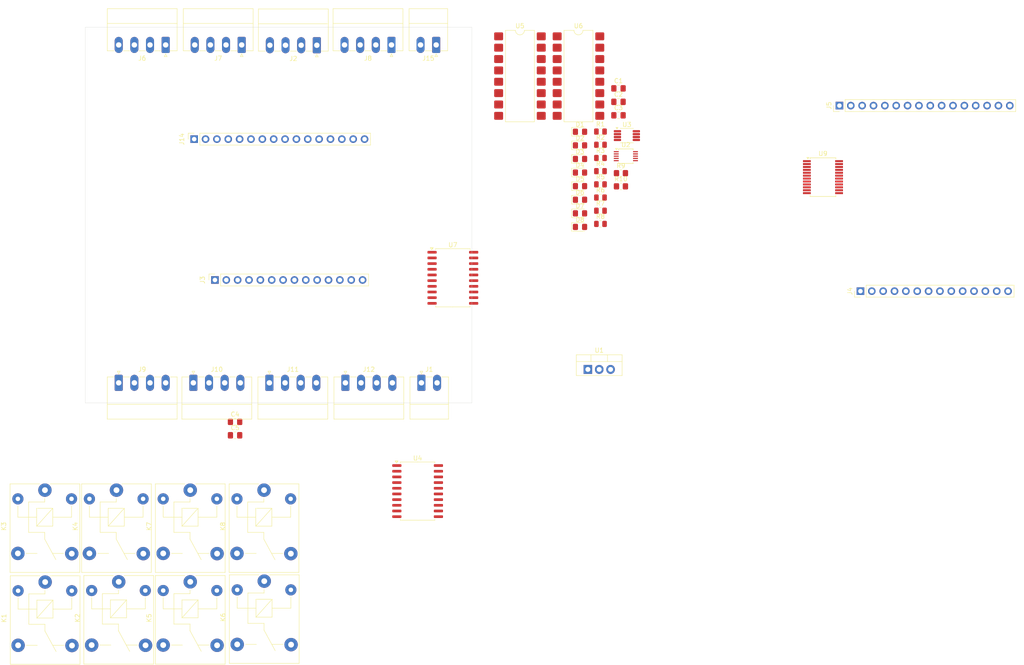
<source format=kicad_pcb>
(kicad_pcb (version 20241229) (generator "pcbnew") (generator_version "9.0")
  (layers (0 "F.Cu" signal) (2 "B.Cu" signal) (13 "F.Paste" user) (15 "B.Paste" user) (5 "F.SilkS" user "F.Silkscreen") (7 "B.SilkS" user "B.Silkscreen") (1 "F.Mask" user) (3 "B.Mask" user) (25 "Edge.Cuts" user))
  (net 0 "")
  (net 1 "+3V3")
  (net 2 "GND")
  (net 3 "+5V")
  (net 4 "/controesp_hat/GND_hat")
  (net 5 "/controesp_hat/3V3")
  (net 6 "Net-(D1-K)")
  (net 7 "Net-(D1-A)")
  (net 8 "Net-(D2-A)")
  (net 9 "Net-(D2-K)")
  (net 10 "Net-(D3-K)")
  (net 11 "Net-(D3-A)")
  (net 12 "Net-(D4-A)")
  (net 13 "Net-(D4-K)")
  (net 14 "Net-(D5-A)")
  (net 15 "Net-(D5-K)")
  (net 16 "Net-(D6-K)")
  (net 17 "Net-(D6-A)")
  (net 18 "Net-(D7-K)")
  (net 19 "Net-(D7-A)")
  (net 20 "Net-(D8-A)")
  (net 21 "Net-(D8-K)")
  (net 22 "Net-(J1-Pin_1)")
  (net 23 "Net-(J1-Pin_2)")
  (net 24 "+24V")
  (net 26 "/powerOutput/DO2")
  (net 27 "/powerOutput/DO8")
  (net 28 "/powerOutput/DO5")
  (net 29 "/powerOutput/DO11")
  (net 30 "/powerOutput/DO4")
  (net 31 "/powerOutput/DO7")
  (net 32 "/powerOutput/DO6")
  (net 34 "/powerOutput/DO9")
  (net 35 "/powerOutput/DO3")
  (net 36 "/powerOutput/DO1")
  (net 37 "/powerOutput/DO10")
  (net 38 "/powerOutput/DO12")
  (net 39 "/controesp_hat/P4")
  (net 40 "/controesp_hat/P5")
  (net 41 "/controesp_hat/P13")
  (net 42 "/controesp_hat/P11")
  (net 43 "/controesp_hat/P10")
  (net 44 "/controesp_hat/P3")
  (net 45 "/controesp_hat/P0")
  (net 46 "/controesp_hat/P2")
  (net 47 "/controesp_hat/P6")
  (net 48 "/controesp_hat/P1")
  (net 49 "/controesp_hat/P7")
  (net 50 "/controesp_hat/P12")
  (net 51 "/controesp_hat/VCC_hat")
  (net 52 "/controesp_hat/33")
  (net 53 "/controesp_hat/SDA")
  (net 54 "/controesp_hat/SCL")
  (net 55 "/controesp_hat/26")
  (net 56 "/controesp_hat/14")
  (net 57 "/controesp_hat/13")
  (net 58 "/controesp_hat/RX2")
  (net 59 "/controesp_hat/27")
  (net 60 "/controesp_hat/25")
  (net 61 "/controesp_hat/5")
  (net 62 "/controesp_hat/32")
  (net 63 "/controesp_hat/TX2")
  (net 65 "RX2")
  (net 66 "TX2")
  (net 67 "Net-(J9-Pin_3)")
  (net 68 "Net-(J9-Pin_1)")
  (net 69 "Net-(J9-Pin_2)")
  (net 70 "Net-(J9-Pin_4)")
  (net 71 "Net-(J10-Pin_2)")
  (net 72 "Net-(J10-Pin_4)")
  (net 73 "Net-(J10-Pin_1)")
  (net 74 "Net-(J10-Pin_3)")
  (net 75 "Net-(J11-Pin_2)")
  (net 76 "Net-(J11-Pin_4)")
  (net 77 "Net-(J11-Pin_1)")
  (net 78 "Net-(J11-Pin_3)")
  (net 79 "Net-(J12-Pin_2)")
  (net 80 "Net-(J12-Pin_1)")
  (net 81 "Net-(J12-Pin_4)")
  (net 82 "Net-(J12-Pin_3)")
  (net 83 "/input/DI3")
  (net 84 "/input/DI2")
  (net 85 "/input/DI4")
  (net 86 "/input/DI6")
  (net 87 "/input/DI5")
  (net 88 "/input/DI8")
  (net 89 "/input/DI1")
  (net 90 "/input/DI7")
  (net 91 "/input/SDA")
  (net 92 "/input/SCL")
  (net 93 "Net-(J15-Pin_2)")
  (net 94 "Net-(J15-Pin_1)")
  (net 95 "Net-(U4-O1)")
  (net 97 "Net-(U4-O2)")
  (net 100 "Net-(U4-O3)")
  (net 101 "Net-(U4-O4)")
  (net 103 "Net-(U4-O5)")
  (net 106 "Net-(U4-O6)")
  (net 107 "Net-(U4-O7)")
  (net 109 "Net-(U4-O8)")
  (net 111 "Net-(R1-Pad2)")
  (net 112 "Net-(R2-Pad2)")
  (net 113 "Net-(R3-Pad2)")
  (net 114 "Net-(R4-Pad2)")
  (net 115 "Net-(R5-Pad2)")
  (net 116 "Net-(R6-Pad2)")
  (net 117 "Net-(R7-Pad2)")
  (net 118 "Net-(R8-Pad2)")
  (net 119 "Net-(JP1-A)")
  (net 120 "Net-(JP2-A)")
  (net 122 "Net-(JP1-B)")
  (net 125 "Net-(JP2-B)")
  (net 131 "Net-(U7-O4)")
  (net 133 "Net-(U7-O3)")
  (footprint "Connector_Phoenix_MC:PhoenixContact_MC_1,5_4-G-3.5_1x04_P3.50mm_Horizontal" (layer "F.Cu") (at 73.695 129)
    (property "Reference" "J10" (at 5.25 -3 0) (layer "F.SilkS"))
    (property "Value" "Screw_Terminal_01x04")
    (pad "1" thru_hole roundrect (at 0 0) (size 1.8 3.6) (drill 1.2) (layers "*.Cu" "*.Mask") (roundrect_rratio 0.138889) (net 73 "Net-(J10-Pin_1)"))
    (pad "2" thru_hole oval (at 3.5 0) (size 1.8 3.6) (drill 1.2) (layers "*.Cu" "*.Mask") (net 71 "Net-(J10-Pin_2)"))
    (pad "3" thru_hole oval (at 7 0) (size 1.8 3.6) (drill 1.2) (layers "*.Cu" "*.Mask") (net 74 "Net-(J10-Pin_3)"))
    (pad "4" thru_hole oval (at 10.5 0) (size 1.8 3.6) (drill 1.2) (layers "*.Cu" "*.Mask") (net 72 "Net-(J10-Pin_4)"))
  )
  (footprint "Connector_Phoenix_MC:PhoenixContact_MC_1,5_4-G-3.5_1x04_P3.50mm_Horizontal" (layer "F.Cu") (at 57 129)
    (property "Reference" "J9" (at 5.25 -3 0) (layer "F.SilkS"))
    (property "Value" "Screw_Terminal_01x04")
    (pad "1" thru_hole roundrect (at 0 0) (size 1.8 3.6) (drill 1.2) (layers "*.Cu" "*.Mask") (roundrect_rratio 0.138889) (net 68 "Net-(J9-Pin_1)"))
    (pad "2" thru_hole oval (at 3.5 0) (size 1.8 3.6) (drill 1.2) (layers "*.Cu" "*.Mask") (net 69 "Net-(J9-Pin_2)"))
    (pad "3" thru_hole oval (at 7 0) (size 1.8 3.6) (drill 1.2) (layers "*.Cu" "*.Mask") (net 67 "Net-(J9-Pin_3)"))
    (pad "4" thru_hole oval (at 10.5 0) (size 1.8 3.6) (drill 1.2) (layers "*.Cu" "*.Mask") (net 70 "Net-(J9-Pin_4)"))
  )
  (footprint "Connector_Phoenix_MC:PhoenixContact_MC_1,5_4-G-3.5_1x04_P3.50mm_Horizontal" (layer "F.Cu") (at 67.5 53.4325 180)
    (property "Reference" "J6" (at 5.25 -3 0) (layer "F.SilkS"))
    (property "Value" "Screw_Terminal_01x04")
    (pad "1" thru_hole roundrect (at 0 0 180) (size 1.8 3.6) (drill 1.2) (layers "*.Cu" "*.Mask") (roundrect_rratio 0.138889) (net 7 "Net-(D1-A)"))
    (pad "2" thru_hole oval (at 3.5 0 180) (size 1.8 3.6) (drill 1.2) (layers "*.Cu" "*.Mask") (net 8 "Net-(D2-A)"))
    (pad "3" thru_hole oval (at 7 0 180) (size 1.8 3.6) (drill 1.2) (layers "*.Cu" "*.Mask") (net 11 "Net-(D3-A)"))
    (pad "4" thru_hole oval (at 10.5 0 180) (size 1.8 3.6) (drill 1.2) (layers "*.Cu" "*.Mask") (net 12 "Net-(D4-A)"))
  )
  (footprint "Connector_Phoenix_MC:PhoenixContact_MC_1,5_2-G-3.5_1x02_P3.50mm_Horizontal" (layer "F.Cu") (at 124.695 129)
    (property "Reference" "J1" (at 1.75 -3 0) (layer "F.SilkS"))
    (property "Value" "Screw_Terminal_01x02")
    (pad "1" thru_hole roundrect (at 0 0) (size 1.8 3.6) (drill 1.2) (layers "*.Cu" "*.Mask") (roundrect_rratio 0.138889) (net 22 "Net-(J1-Pin_1)"))
    (pad "2" thru_hole oval (at 3.5 0) (size 1.8 3.6) (drill 1.2) (layers "*.Cu" "*.Mask") (net 23 "Net-(J1-Pin_2)"))
  )
  (footprint "Connector_PinSocket_2.54mm:PinSocket_1x16_P2.54mm_Vertical" (layer "F.Cu") (at 73.88 74.5 90)
    (property "Reference" "J14" (at 0 -2.77 90) (layer "F.SilkS"))
    (property "Value" "Conn_01x16_Socket")
    (pad "1" thru_hole rect (at 0 0 90) (size 1.7 1.7) (drill 1) (layers "*.Cu" "*.Mask") (net 89 "/input/DI1"))
    (pad "2" thru_hole oval (at 0 2.54 90) (size 1.7 1.7) (drill 1) (layers "*.Cu" "*.Mask") (net 84 "/input/DI2"))
    (pad "3" thru_hole oval (at 0 5.08 90) (size 1.7 1.7) (drill 1) (layers "*.Cu" "*.Mask") (net 83 "/input/DI3"))
    (pad "4" thru_hole oval (at 0 7.62 90) (size 1.7 1.7) (drill 1) (layers "*.Cu" "*.Mask") (net 85 "/input/DI4"))
    (pad "5" thru_hole oval (at 0 10.16 90) (size 1.7 1.7) (drill 1) (layers "*.Cu" "*.Mask") (net 87 "/input/DI5"))
    (pad "6" thru_hole oval (at 0 12.7 90) (size 1.7 1.7) (drill 1) (layers "*.Cu" "*.Mask") (net 86 "/input/DI6"))
    (pad "7" thru_hole oval (at 0 15.24 90) (size 1.7 1.7) (drill 1) (layers "*.Cu" "*.Mask") (net 90 "/input/DI7"))
    (pad "8" thru_hole oval (at 0 17.78 90) (size 1.7 1.7) (drill 1) (layers "*.Cu" "*.Mask") (net 88 "/input/DI8"))
    (pad "9" thru_hole oval (at 0 20.32 90) (size 1.7 1.7) (drill 1) (layers "*.Cu" "*.Mask") (net 1 "+3V3"))
    (pad "10" thru_hole oval (at 0 22.86 90) (size 1.7 1.7) (drill 1) (layers "*.Cu" "*.Mask") (net 66 "TX2"))
    (pad "11" thru_hole oval (at 0 25.4 90) (size 1.7 1.7) (drill 1) (layers "*.Cu" "*.Mask") (net 65 "RX2"))
    (pad "12" thru_hole oval (at 0 27.94 90) (size 1.7 1.7) (drill 1) (layers "*.Cu" "*.Mask") (net 2 "GND"))
    (pad "13" thru_hole oval (at 0 30.48 90) (size 1.7 1.7) (drill 1) (layers "*.Cu" "*.Mask") (net 92 "/input/SCL"))
    (pad "14" thru_hole oval (at 0 33.02 90) (size 1.7 1.7) (drill 1) (layers "*.Cu" "*.Mask") (net 91 "/input/SDA"))
    (pad "15" thru_hole oval (at 0 35.56 90) (size 1.7 1.7) (drill 1) (layers "*.Cu" "*.Mask") (net 3 "+5V"))
    (pad "16" thru_hole oval (at 0 38.1 90) (size 1.7 1.7) (drill 1) (layers "*.Cu" "*.Mask") (net 2 "GND"))
  )
  (footprint "Connector_Phoenix_MC:PhoenixContact_MC_1,5_4-G-3.5_1x04_P3.50mm_Horizontal" (layer "F.Cu") (at 101.305 53.5 180)
    (property "Reference" "J2" (at 5.25 -3 0) (layer "F.SilkS"))
    (property "Value" "Screw_Terminal_01x04")
    (pad "1" thru_hole roundrect (at 0 0 180) (size 1.8 3.6) (drill 1.2) (layers "*.Cu" "*.Mask") (roundrect_rratio 0.138889) (net 24 "+24V"))
    (pad "2" thru_hole oval (at 3.5 0 180) (size 1.8 3.6) (drill 1.2) (layers "*.Cu" "*.Mask") (net 3 "+5V"))
    (pad "3" thru_hole oval (at 7 0 180) (size 1.8 3.6) (drill 1.2) (layers "*.Cu" "*.Mask") (net 1 "+3V3"))
    (pad "4" thru_hole oval (at 10.5 0 180) (size 1.8 3.6) (drill 1.2) (layers "*.Cu" "*.Mask") (net 2 "GND"))
  )
  (footprint "Connector_Phoenix_MC:PhoenixContact_MC_1,5_4-G-3.5_1x04_P3.50mm_Horizontal" (layer "F.Cu") (at 84.5 53.4325 180)
    (property "Reference" "J7" (at 5.25 -3 0) (layer "F.SilkS"))
    (property "Value" "Screw_Terminal_01x04")
    (pad "1" thru_hole roundrect (at 0 0 180) (size 1.8 3.6) (drill 1.2) (layers "*.Cu" "*.Mask") (roundrect_rratio 0.138889) (net 14 "Net-(D5-A)"))
    (pad "2" thru_hole oval (at 3.5 0 180) (size 1.8 3.6) (drill 1.2) (layers "*.Cu" "*.Mask") (net 17 "Net-(D6-A)"))
    (pad "3" thru_hole oval (at 7 0 180) (size 1.8 3.6) (drill 1.2) (layers "*.Cu" "*.Mask") (net 19 "Net-(D7-A)"))
    (pad "4" thru_hole oval (at 10.5 0 180) (size 1.8 3.6) (drill 1.2) (layers "*.Cu" "*.Mask") (net 20 "Net-(D8-A)"))
  )
  (footprint "LED_SMD:LED_0805_2012Metric_Pad1.15x1.40mm_HandSolder" (layer "F.Cu") (at 160.165 88.055)
    (property "Reference" "D6" (at 0 -1.65 0) (layer "F.SilkS"))
    (property "Value" "LED")
    (pad "1" smd roundrect (at -1.025 0) (size 1.15 1.4) (layers "F.Cu" "F.Mask" "F.Paste") (roundrect_rratio 0.217391) (net 16 "Net-(D6-K)"))
    (pad "2" smd roundrect (at 1.025 0) (size 1.15 1.4) (layers "F.Cu" "F.Mask" "F.Paste") (roundrect_rratio 0.217391) (net 17 "Net-(D6-A)"))
  )
  (footprint "LED_SMD:LED_0805_2012Metric_Pad1.15x1.40mm_HandSolder" (layer "F.Cu") (at 160.165 85.015)
    (property "Reference" "D5" (at 0 -1.65 0) (layer "F.SilkS"))
    (property "Value" "LED")
    (pad "1" smd roundrect (at -1.025 0) (size 1.15 1.4) (layers "F.Cu" "F.Mask" "F.Paste") (roundrect_rratio 0.217391) (net 15 "Net-(D5-K)"))
    (pad "2" smd roundrect (at 1.025 0) (size 1.15 1.4) (layers "F.Cu" "F.Mask" "F.Paste") (roundrect_rratio 0.217391) (net 14 "Net-(D5-A)"))
  )
  (footprint "Resistor_SMD:R_0805_2012Metric" (layer "F.Cu") (at 164.74 72.81)
    (property "Reference" "R1" (at 0 -1.65 0) (layer "F.SilkS"))
    (property "Value" "1k")
    (pad "1" smd roundrect (at -0.9125 0) (size 1.025 1.4) (layers "F.Cu" "F.Mask" "F.Paste") (roundrect_rratio 0.243902) (net 6 "Net-(D1-K)"))
    (pad "2" smd roundrect (at 0.9125 0) (size 1.025 1.4) (layers "F.Cu" "F.Mask" "F.Paste") (roundrect_rratio 0.243902) (net 111 "Net-(R1-Pad2)"))
  )
  (footprint "Capacitor_SMD:C_0805_2012Metric_Pad1.18x1.45mm_HandSolder" (layer "F.Cu") (at 168.77 69.17)
    (property "Reference" "C3" (at 0 -1.68 0) (layer "F.SilkS"))
    (property "Value" "100nF")
    (pad "1" smd roundrect (at -1.0375 0) (size 1.175 1.45) (layers "F.Cu" "F.Mask" "F.Paste") (roundrect_rratio 0.212766) (net 3 "+5V"))
    (pad "2" smd roundrect (at 1.0375 0) (size 1.175 1.45) (layers "F.Cu" "F.Mask" "F.Paste") (roundrect_rratio 0.212766) (net 2 "GND"))
  )
  (footprint "LED_SMD:LED_0805_2012Metric_Pad1.15x1.40mm_HandSolder" (layer "F.Cu") (at 160.165 81.975)
    (property "Reference" "D4" (at 0 -1.65 0) (layer "F.SilkS"))
    (property "Value" "LED")
    (pad "1" smd roundrect (at -1.025 0) (size 1.15 1.4) (layers "F.Cu" "F.Mask" "F.Paste") (roundrect_rratio 0.217391) (net 13 "Net-(D4-K)"))
    (pad "2" smd roundrect (at 1.025 0) (size 1.15 1.4) (layers "F.Cu" "F.Mask" "F.Paste") (roundrect_rratio 0.217391) (net 12 "Net-(D4-A)"))
  )
  (footprint "Capacitor_SMD:C_0805_2012Metric_Pad1.18x1.45mm_HandSolder" (layer "F.Cu") (at 168.77 63.15)
    (property "Reference" "C1" (at 0 -1.68 0) (layer "F.SilkS"))
    (property "Value" "100nF")
    (pad "1" smd roundrect (at -1.0375 0) (size 1.175 1.45) (layers "F.Cu" "F.Mask" "F.Paste") (roundrect_rratio 0.212766) (net 1 "+3V3"))
    (pad "2" smd roundrect (at 1.0375 0) (size 1.175 1.45) (layers "F.Cu" "F.Mask" "F.Paste") (roundrect_rratio 0.212766) (net 2 "GND"))
  )
  (footprint "Relay_THT:Relay_SPDT_SANYOU_SRD_Series_Form_C" (layer "F.Cu") (at 73 173.5 -90)
    (property "Reference" "K5" (at 8.1 9.2 90) (layer "F.SilkS"))
    (property "Value" "SANYOU_SRD-S-124D")
    (pad "1" thru_hole circle (at 0 0) (size 3 3) (drill 1.3) (layers "*.Cu" "*.Mask") (net 75 "Net-(J11-Pin_2)"))
    (pad "2" thru_hole circle (at 1.95 6.05) (size 2.5 2.5) (drill 1) (layers "*.Cu" "*.Mask") (net 24 "+24V"))
    (pad "3" thru_hole circle (at 14.15 6.05) (size 3 3) (drill 1.3) (layers "*.Cu" "*.Mask") (net 77 "Net-(J11-Pin_1)"))
    (pad "4" thru_hole circle (at 14.2 -6) (size 3 3) (drill 1.3) (layers "*.Cu" "*.Mask"))
    (pad "5" thru_hole circle (at 1.95 -5.95) (size 2.5 2.5) (drill 1) (layers "*.Cu" "*.Mask") (net 103 "Net-(U4-O5)"))
  )
  (footprint "Connector_PinHeader_2.54mm:PinHeader_1x16_P2.54mm_Vertical" (layer "F.Cu") (at 218.18 67 90)
    (property "Reference" "J5" (at 0 -2.33 90) (layer "F.SilkS"))
    (property "Value" "Conn_01x16_Pin")
    (pad "1" thru_hole rect (at 0 0 90) (size 1.7 1.7) (drill 1) (layers "*.Cu" "*.Mask") (net 62 "/controesp_hat/32"))
    (pad "2" thru_hole oval (at 0 2.54 90) (size 1.7 1.7) (drill 1) (layers "*.Cu" "*.Mask") (net 52 "/controesp_hat/33"))
    (pad "3" thru_hole oval (at 0 5.08 90) (size 1.7 1.7) (drill 1) (layers "*.Cu" "*.Mask") (net 60 "/controesp_hat/25"))
    (pad "4" thru_hole oval (at 0 7.62 90) (size 1.7 1.7) (drill 1) (layers "*.Cu" "*.Mask") (net 55 "/controesp_hat/26"))
    (pad "5" thru_hole oval (at 0 10.16 90) (size 1.7 1.7) (drill 1) (layers "*.Cu" "*.Mask") (net 59 "/controesp_hat/27"))
    (pad "6" thru_hole oval (at 0 12.7 90) (size 1.7 1.7) (drill 1) (layers "*.Cu" "*.Mask") (net 56 "/controesp_hat/14"))
    (pad "7" thru_hole oval (at 0 15.24 90) (size 1.7 1.7) (drill 1) (layers "*.Cu" "*.Mask") (net 61 "/controesp_hat/5"))
    (pad "8" thru_hole oval (at 0 17.78 90) (size 1.7 1.7) (drill 1) (layers "*.Cu" "*.Mask") (net 57 "/controesp_hat/13"))
    (pad "9" thru_hole oval (at 0 20.32 90) (size 1.7 1.7) (drill 1) (layers "*.Cu" "*.Mask") (net 5 "/controesp_hat/3V3"))
    (pad "10" thru_hole oval (at 0 22.86 90) (size 1.7 1.7) (drill 1) (layers "*.Cu" "*.Mask") (net 63 "/controesp_hat/TX2"))
    (pad "11" thru_hole oval (at 0 25.4 90) (size 1.7 1.7) (drill 1) (layers "*.Cu" "*.Mask") (net 58 "/controesp_hat/RX2"))
    (pad "12" thru_hole oval (at 0 27.94 90) (size 1.7 1.7) (drill 1) (layers "*.Cu" "*.Mask"))
    (pad "13" thru_hole oval (at 0 30.48 90) (size 1.7 1.7) (drill 1) (layers "*.Cu" "*.Mask") (net 54 "/controesp_hat/SCL"))
    (pad "14" thru_hole oval (at 0 33.02 90) (size 1.7 1.7) (drill 1) (layers "*.Cu" "*.Mask") (net 53 "/controesp_hat/SDA"))
    (pad "15" thru_hole oval (at 0 35.56 90) (size 1.7 1.7) (drill 1) (layers "*.Cu" "*.Mask") (net 51 "/controesp_hat/VCC_hat"))
    (pad "16" thru_hole oval (at 0 38.1 90) (size 1.7 1.7) (drill 1) (layers "*.Cu" "*.Mask") (net 4 "/controesp_hat/GND_hat"))
  )
  (footprint "LED_SMD:LED_0805_2012Metric_Pad1.15x1.40mm_HandSolder" (layer "F.Cu") (at 160.165 75.895)
    (property "Reference" "D2" (at 0 -1.65 0) (layer "F.SilkS"))
    (property "Value" "LED")
    (pad "1" smd roundrect (at -1.025 0) (size 1.15 1.4) (layers "F.Cu" "F.Mask" "F.Paste") (roundrect_rratio 0.217391) (net 9 "Net-(D2-K)"))
    (pad "2" smd roundrect (at 1.025 0) (size 1.15 1.4) (layers "F.Cu" "F.Mask" "F.Paste") (roundrect_rratio 0.217391) (net 8 "Net-(D2-A)"))
  )
  (footprint "Connector_Phoenix_MC:PhoenixContact_MC_1,5_4-G-3.5_1x04_P3.50mm_Horizontal" (layer "F.Cu") (at 118 53.4325 180)
    (property "Reference" "J8" (at 5.25 -3 0) (layer "F.SilkS"))
    (property "Value" "Screw_Terminal_01x04")
    (pad "1" thru_hole roundrect (at 0 0 180) (size 1.8 3.6) (drill 1.2) (layers "*.Cu" "*.Mask") (roundrect_rratio 0.138889) (net 3 "+5V"))
    (pad "2" thru_hole oval (at 3.5 0 180) (size 1.8 3.6) (drill 1.2) (layers "*.Cu" "*.Mask") (net 66 "TX2"))
    (pad "3" thru_hole oval (at 7 0 180) (size 1.8 3.6) (drill 1.2) (layers "*.Cu" "*.Mask") (net 65 "RX2"))
    (pad "4" thru_hole oval (at 10.5 0 180) (size 1.8 3.6) (drill 1.2) (layers "*.Cu" "*.Mask") (net 2 "GND"))
  )
  (footprint "LED_SMD:LED_0805_2012Metric_Pad1.15x1.40mm_HandSolder" (layer "F.Cu") (at 160.165 72.855)
    (property "Reference" "D1" (at 0 -1.65 0) (layer "F.SilkS"))
    (property "Value" "LED")
    (pad "1" smd roundrect (at -1.025 0) (size 1.15 1.4) (layers "F.Cu" "F.Mask" "F.Paste") (roundrect_rratio 0.217391) (net 6 "Net-(D1-K)"))
    (pad "2" smd roundrect (at 1.025 0) (size 1.15 1.4) (layers "F.Cu" "F.Mask" "F.Paste") (roundrect_rratio 0.217391) (net 7 "Net-(D1-A)"))
  )
  (footprint "Capacitor_SMD:C_0805_2012Metric_Pad1.18x1.45mm_HandSolder" (layer "F.Cu") (at 83.02 137.72)
    (property "Reference" "C4" (at 0 -1.68 0) (layer "F.SilkS"))
    (property "Value" "100nF")
    (pad "1" smd roundrect (at -1.0375 0) (size 1.175 1.45) (layers "F.Cu" "F.Mask" "F.Paste") (roundrect_rratio 0.212766) (net 5 "/controesp_hat/3V3"))
    (pad "2" smd roundrect (at 1.0375 0) (size 1.175 1.45) (layers "F.Cu" "F.Mask" "F.Paste") (roundrect_rratio 0.212766) (net 4 "/controesp_hat/GND_hat"))
  )
  (footprint "Resistor_SMD:R_0805_2012Metric_Pad1.20x1.40mm_HandSolder" (layer "F.Cu") (at 169.32 82.11)
    (property "Reference" "R9" (at 0 -1.65 0) (layer "F.SilkS"))
    (property "Value" "0")
    (pad "1" smd roundrect (at -1 0) (size 1.2 1.4) (layers "F.Cu" "F.Mask" "F.Paste") (roundrect_rratio 0.208333) (net 94 "Net-(J15-Pin_1)"))
    (pad "2" smd roundrect (at 1 0) (size 1.2 1.4) (layers "F.Cu" "F.Mask" "F.Paste") (roundrect_rratio 0.208333) (net 119 "Net-(JP1-A)"))
  )
  (footprint "Package_DIP:SMDIP-16_W9.53mm" (layer "F.Cu") (at 146.73 60.4)
    (property "Reference" "U5" (at 0 -11.22 0) (layer "F.SilkS"))
    (property "Value" "LTV-847S")
    (pad "1" smd roundrect (at -4.765 -8.89) (size 2 1.78) (layers "F.Cu" "F.Mask" "F.Paste") (roundrect_rratio 0.140449) (net 111 "Net-(R1-Pad2)"))
    (pad "2" smd roundrect (at -4.765 -6.35) (size 2 1.78) (layers "F.Cu" "F.Mask" "F.Paste") (roundrect_rratio 0.140449) (net 2 "GND"))
    (pad "3" smd roundrect (at -4.765 -3.81) (size 2 1.78) (layers "F.Cu" "F.Mask" "F.Paste") (roundrect_rratio 0.140449) (net 112 "Net-(R2-Pad2)"))
    (pad "4" smd roundrect (at -4.765 -1.27) (size 2 1.78) (layers "F.Cu" "F.Mask" "F.Paste") (roundrect_rratio 0.140449) (net 2 "GND"))
    (pad "5" smd roundrect (at -4.765 1.27) (size 2 1.78) (layers "F.Cu" "F.Mask" "F.Paste") (roundrect_rratio 0.140449) (net 113 "Net-(R3-Pad2)"))
    (pad "6" smd roundrect (at -4.765 3.81) (size 2 1.78) (layers "F.Cu" "F.Mask" "F.Paste") (roundrect_rratio 0.140449) (net 2 "GND"))
    (pad "7" smd roundrect (at -4.765 6.35) (size 2 1.78) (layers "F.Cu" "F.Mask" "F.Paste") (roundrect_rratio 0.140449) (net 114 "Net-(R4-Pad2)"))
    (pad "8" smd roundrect (at -4.765 8.89) (size 2 1.78) (layers "F.Cu" "F.Mask" "F.Paste") (roundrect_rratio 0.140449) (net 2 "GND"))
    (pad "9" smd roundrect (at 4.765 8.89) (size 2 1.78) (layers "F.Cu" "F.Mask" "F.Paste") (roundrect_rratio 0.140449) (net 2 "GND"))
    (pad "10" smd roundrect (at 4.765 6.35) (size 2 1.78) (layers "F.Cu" "F.Mask" "F.Paste") (roundrect_rratio 0.140449) (net 85 "/input/DI4"))
    (pad "11" smd roundrect (at 4.765 3.81) (size 2 1.78) (layers "F.Cu" "F.Mask" "F.Paste") (roundrect_rratio 0.140449) (net 2 "GND"))
    (pad "12" smd roundrect (at 4.765 1.27) (size 2 1.78) (layers "F.Cu" "F.Mask" "F.Paste") (roundrect_rratio 0.140449) (net 83 "/input/DI3"))
    (pad "13" smd roundrect (at 4.765 -1.27) (size 2 1.78) (layers "F.Cu" "F.Mask" "F.Paste") (roundrect_rratio 0.140449) (net 2 "GND"))
    (pad "14" smd roundrect (at 4.765 -3.81) (size 2 1.78) (layers "F.Cu" "F.Mask" "F.Paste") (roundrect_rratio 0.140449) (net 84 "/input/DI2"))
    (pad "15" smd roundrect (at 4.765 -6.35) (size 2 1.78) (layers "F.Cu" "F.Mask" "F.Paste") (roundrect_rratio 0.140449) (net 2 "GND"))
    (pad "16" smd roundrect (at 4.765 -8.89) (size 2 1.78) (layers "F.Cu" "F.Mask" "F.Paste") (roundrect_rratio 0.140449) (net 89 "/input/DI1"))
  )
  (footprint "Relay_THT:Relay_SPDT_SANYOU_SRD_Series_Form_C" (layer "F.Cu") (at 40.55 173.55 -90)
    (property "Reference" "K1" (at 8.1 9.2 90) (layer "F.SilkS"))
    (property "Value" "SANYOU_SRD-S-124D")
    (pad "1" thru_hole circle (at 0 0) (size 3 3) (drill 1.3) (layers "*.Cu" "*.Mask") (net 69 "Net-(J9-Pin_2)"))
    (pad "2" thru_hole circle (at 1.95 6.05) (size 2.5 2.5) (drill 1) (layers "*.Cu" "*.Mask") (net 24 "+24V"))
    (pad "3" thru_hole circle (at 14.15 6.05) (size 3 3) (drill 1.3) (layers "*.Cu" "*.Mask") (net 68 "Net-(J9-Pin_1)"))
    (pad "4" thru_hole circle (at 14.2 -6) (size 3 3) (drill 1.3) (layers "*.Cu" "*.Mask"))
    (pad "5" thru_hole circle (at 1.95 -5.95) (size 2.5 2.5) (drill 1) (layers "*.Cu" "*.Mask") (net 95 "Net-(U4-O1)"))
  )
  (footprint "Package_SO:SSOP-24_5.3x8.2mm_P0.65mm" (layer "F.Cu") (at 214.5 83)
    (property "Reference" "U9" (at 0 -5.25 0) (layer "F.SilkS"))
    (property "Value" "PCF8575DBR")
    (pad "1" smd rect (at -3.6 -3.575) (size 1.75 0.45) (layers "F.Cu" "F.Mask" "F.Paste"))
    (pad "2" smd rect (at -3.6 -2.925) (size 1.75 0.45) (layers "F.Cu" "F.Mask" "F.Paste") (net 4 "/controesp_hat/GND_hat"))
    (pad "3" smd rect (at -3.6 -2.275) (size 1.75 0.45) (layers "F.Cu" "F.Mask" "F.Paste") (net 4 "/controesp_hat/GND_hat"))
    (pad "4" smd rect (at -3.6 -1.625) (size 1.75 0.45) (layers "F.Cu" "F.Mask" "F.Paste") (net 45 "/controesp_hat/P0"))
    (pad "5" smd rect (at -3.6 -0.975) (size 1.75 0.45) (layers "F.Cu" "F.Mask" "F.Paste") (net 48 "/controesp_hat/P1"))
    (pad "6" smd rect (at -3.6 -0.325) (size 1.75 0.45) (layers "F.Cu" "F.Mask" "F.Paste") (net 46 "/controesp_hat/P2"))
    (pad "7" smd rect (at -3.6 0.325) (size 1.75 0.45) (layers "F.Cu" "F.Mask" "F.Paste") (net 44 "/controesp_hat/P3"))
    (pad "8" smd rect (at -3.6 0.975) (size 1.75 0.45) (layers "F.Cu" "F.Mask" "F.Paste") (net 39 "/controesp_hat/P4"))
    (pad "9" smd rect (at -3.6 1.625) (size 1.75 0.45) (layers "F.Cu" "F.Mask" "F.Paste") (net 40 "/controesp_hat/P5"))
    (pad "10" smd rect (at -3.6 2.275) (size 1.75 0.45) (layers "F.Cu" "F.Mask" "F.Paste") (net 47 "/controesp_hat/P6"))
    (pad "11" smd rect (at -3.6 2.925) (size 1.75 0.45) (layers "F.Cu" "F.Mask" "F.Paste") (net 49 "/controesp_hat/P7"))
    (pad "12" smd rect (at -3.6 3.575) (size 1.75 0.45) (layers "F.Cu" "F.Mask" "F.Paste") (net 4 "/controesp_hat/GND_hat"))
    (pad "13" smd rect (at 3.6 3.575) (size 1.75 0.45) (layers "F.Cu" "F.Mask" "F.Paste") (net 43 "/controesp_hat/P10"))
    (pad "14" smd rect (at 3.6 2.925) (size 1.75 0.45) (layers "F.Cu" "F.Mask" "F.Paste") (net 42 "/controesp_hat/P11"))
    (pad "15" smd rect (at 3.6 2.275) (size 1.75 0.45) (layers "F.Cu" "F.Mask" "F.Paste") (net 50 "/controesp_hat/P12"))
    (pad "16" smd rect (at 3.6 1.625) (size 1.75 0.45) (layers "F.Cu" "F.Mask" "F.Paste") (net 41 "/controesp_hat/P13"))
    (pad "17" smd rect (at 3.6 0.975) (size 1.75 0.45) (layers "F.Cu" "F.Mask" "F.Paste"))
    (pad "18" smd rect (at 3.6 0.325) (size 1.75 0.45) (layers "F.Cu" "F.Mask" "F.Paste"))
    (pad "19" smd rect (at 3.6 -0.325) (size 1.75 0.45) (layers "F.Cu" "F.Mask" "F.Paste"))
    (pad "20" smd rect (at 3.6 -0.975) (size 1.75 0.45) (layers "F.Cu" "F.Mask" "F.Paste"))
    (pad "21" smd rect (at 3.6 -1.625) (size 1.75 0.45) (layers "F.Cu" "F.Mask" "F.Paste") (net 4 "/controesp_hat/GND_hat"))
    (pad "22" smd rect (at 3.6 -2.275) (size 1.75 0.45) (layers "F.Cu" "F.Mask" "F.Paste") (net 54 "/controesp_hat/SCL"))
    (pad "23" smd rect (at 3.6 -2.925) (size 1.75 0.45) (layers "F.Cu" "F.Mask" "F.Paste") (net 53 "/controesp_hat/SDA"))
    (pad "24" smd rect (at 3.6 -3.575) (size 1.75 0.45) (layers "F.Cu" "F.Mask" "F.Paste") (net 5 "/controesp_hat/3V3"))
  )
  (footprint "Capacitor_SMD:C_0805_2012Metric_Pad1.18x1.45mm_HandSolder" (layer "F.Cu") (at 168.77 66.16)
    (property "Reference" "C2" (at 0 -1.68 0) (layer "F.SilkS"))
    (property "Value" "100nF")
    (pad "1" smd roundrect (at -1.0375 0) (size 1.175 1.45) (layers "F.Cu" "F.Mask" "F.Paste") (roundrect_rratio 0.212766) (net 3 "+5V"))
    (pad "2" smd roundrect (at 1.0375 0) (size 1.175 1.45) (layers "F.Cu" "F.Mask" "F.Paste") (roundrect_rratio 0.212766) (net 2 "GND"))
  )
  (footprint "Relay_THT:Relay_SPDT_SANYOU_SRD_Series_Form_C" (layer "F.Cu") (at 89.55 173.35 -90)
    (property "Reference" "K6" (at 8.1 9.2 90) (layer "F.SilkS"))
    (property "Value" "SANYOU_SRD-S-124D")
    (pad "1" thru_hole circle (at 0 0) (size 3 3) (drill 1.3) (layers "*.Cu" "*.Mask") (net 76 "Net-(J11-Pin_4)"))
    (pad "2" thru_hole circle (at 1.95 6.05) (size 2.5 2.5) (drill 1) (layers "*.Cu" "*.Mask") (net 24 "+24V"))
    (pad "3" thru_hole circle (at 14.15 6.05) (size 3 3) (drill 1.3) (layers "*.Cu" "*.Mask") (net 78 "Net-(J11-Pin_3)"))
    (pad "4" thru_hole circle (at 14.2 -6) (size 3 3) (drill 1.3) (layers "*.Cu" "*.Mask"))
    (pad "5" thru_hole circle (at 1.95 -5.95) (size 2.5 2.5) (drill 1) (layers "*.Cu" "*.Mask") (net 106 "Net-(U4-O6)"))
  )
  (footprint "Package_DIP:SMDIP-16_W9.53mm" (layer "F.Cu") (at 159.82 60.4)
    (property "Reference" "U6" (at 0 -11.22 0) (layer "F.SilkS"))
    (property "Value" "LTV-847S")
    (pad "1" smd roundrect (at -4.765 -8.89) (size 2 1.78) (layers "F.Cu" "F.Mask" "F.Paste") (roundrect_rratio 0.140449) (net 115 "Net-(R5-Pad2)"))
    (pad "2" smd roundrect (at -4.765 -6.35) (size 2 1.78) (layers "F.Cu" "F.Mask" "F.Paste") (roundrect_rratio 0.140449) (net 2 "GND"))
    (pad "3" smd roundrect (at -4.765 -3.81) (size 2 1.78) (layers "F.Cu" "F.Mask" "F.Paste") (roundrect_rratio 0.140449) (net 116 "Net-(R6-Pad2)"))
    (pad "4" smd roundrect (at -4.765 -1.27) (size 2 1.78) (layers "F.Cu" "F.Mask" "F.Paste") (roundrect_rratio 0.140449) (net 2 "GND"))
    (pad "5" smd roundrect (at -4.765 1.27) (size 2 1.78) (layers "F.Cu" "F.Mask" "F.Paste") (roundrect_rratio 0.140449) (net 117 "Net-(R7-Pad2)"))
    (pad "6" smd roundrect (at -4.765 3.81) (size 2 1.78) (layers "F.Cu" "F.Mask" "F.Paste") (roundrect_rratio 0.140449) (net 2 "GND"))
    (pad "7" smd roundrect (at -4.765 6.35) (size 2 1.78) (layers "F.Cu" "F.Mask" "F.Paste") (roundrect_rratio 0.140449) (net 118 "Net-(R8-Pad2)"))
    (pad "8" smd roundrect (at -4.765 8.89) (size 2 1.78) (layers "F.Cu" "F.Mask" "F.Paste") (roundrect_rratio 0.140449) (net 2 "GND"))
    (pad "9" smd roundrect (at 4.765 8.89) (size 2 1.78) (layers "F.Cu" "F.Mask" "F.Paste") (roundrect_rratio 0.140449) (net 2 "GND"))
    (pad "10" smd roundrect (at 4.765 6.35) (size 2 1.78) (layers "F.Cu" "F.Mask" "F.Paste") (roundrect_rratio 0.140449) (net 88 "/input/DI8"))
    (pad "11" smd roundrect (at 4.765 3.81) (size 2 1.78) (layers "F.Cu" "F.Mask" "F.Paste") (roundrect_rratio 0.140449) (net 2 "GND"))
    (pad "12" smd roundrect (at 4.765 1.27) (size 2 1.78) (layers "F.Cu" "F.Mask" "F.Paste") (roundrect_rratio 0.140449) (net 90 "/input/DI7"))
    (pad "13" smd roundrect (at 4.765 -1.27) (size 2 1.78) (layers "F.Cu" "F.Mask" "F.Paste") (roundrect_rratio 0.140449) (net 2 "GND"))
    (pad "14" smd roundrect (at 4.765 -3.81) (size 2 1.78) (layers "F.Cu" "F.Mask" "F.Paste") (roundrect_rratio 0.140449) (net 86 "/input/DI6"))
    (pad "15" smd roundrect (at 4.765 -6.35) (size 2 1.78) (layers "F.Cu" "F.Mask" "F.Paste") (roundrect_rratio 0.140449) (net 2 "GND"))
    (pad "16" smd roundrect (at 4.765 -8.89) (size 2 1.78) (layers "F.Cu" "F.Mask" "F.Paste") (roundrect_rratio 0.140449) (net 87 "/input/DI5"))
  )
  (footprint "Resistor_SMD:R_0805_2012Metric_Pad1.20x1.40mm_HandSolder" (layer "F.Cu") (at 169.32 85.06)
    (property "Reference" "R10" (at 0 -1.65 0) (layer "F.SilkS"))
    (property "Value" "0")
    (pad "1" smd roundrect (at -1 0) (size 1.2 1.4) (layers "F.Cu" "F.Mask" "F.Paste") (roundrect_rratio 0.208333) (net 93 "Net-(J15-Pin_2)"))
    (pad "2" smd roundrect (at 1 0) (size 1.2 1.4) (layers "F.Cu" "F.Mask" "F.Paste") (roundrect_rratio 0.208333) (net 120 "Net-(JP2-A)"))
  )
  (footprint "Resistor_SMD:R_0805_2012Metric" (layer "F.Cu") (at 164.74 93.46)
    (property "Reference" "R8" (at 0 -1.65 0) (layer "F.SilkS"))
    (property "Value" "1k")
    (pad "1" smd roundrect (at -0.9125 0) (size 1.025 1.4) (layers "F.Cu" "F.Mask" "F.Paste") (roundrect_rratio 0.243902) (net 21 "Net-(D8-K)"))
    (pad "2" smd roundrect (at 0.9125 0) (size 1.025 1.4) (layers "F.Cu" "F.Mask" "F.Paste") (roundrect_rratio 0.243902) (net 118 "Net-(R8-Pad2)"))
  )
  (footprint "LED_SMD:LED_0805_2012Metric_Pad1.15x1.40mm_HandSolder" (layer "F.Cu") (at 160.165 94.135)
    (property "Reference" "D8" (at 0 -1.65 0) (layer "F.SilkS"))
    (property "Value" "LED")
    (pad "1" smd roundrect (at -1.025 0) (size 1.15 1.4) (layers "F.Cu" "F.Mask" "F.Paste") (roundrect_rratio 0.217391) (net 21 "Net-(D8-K)"))
    (pad "2" smd roundrect (at 1.025 0) (size 1.15 1.4) (layers "F.Cu" "F.Mask" "F.Paste") (roundrect_rratio 0.217391) (net 20 "Net-(D8-A)"))
  )
  (footprint "Resistor_SMD:R_0805_2012Metric" (layer "F.Cu") (at 164.74 84.61)
    (property "Reference" "R5" (at 0 -1.65 0) (layer "F.SilkS"))
    (property "Value" "1k")
    (pad "1" smd roundrect (at -0.9125 0) (size 1.025 1.4) (layers "F.Cu" "F.Mask" "F.Paste") (roundrect_rratio 0.243902) (net 15 "Net-(D5-K)"))
    (pad "2" smd roundrect (at 0.9125 0) (size 1.025 1.4) (layers "F.Cu" "F.Mask" "F.Paste") (roundrect_rratio 0.243902) (net 115 "Net-(R5-Pad2)"))
  )
  (footprint "Resistor_SMD:R_0805_2012Metric" (layer "F.Cu") (at 164.74 90.51)
    (property "Reference" "R7" (at 0 -1.65 0) (layer "F.SilkS"))
    (property "Value" "1k")
    (pad "1" smd roundrect (at -0.9125 0) (size 1.025 1.4) (layers "F.Cu" "F.Mask" "F.Paste") (roundrect_rratio 0.243902) (net 18 "Net-(D7-K)"))
    (pad "2" smd roundrect (at 0.9125 0) (size 1.025 1.4) (layers "F.Cu" "F.Mask" "F.Paste") (roundrect_rratio 0.243902) (net 117 "Net-(R7-Pad2)"))
  )
  (footprint "Resistor_SMD:R_0805_2012Metric" (layer "F.Cu") (at 164.74 75.76)
    (property "Reference" "R2" (at 0 -1.65 0) (layer "F.SilkS"))
    (property "Value" "1k")
    (pad "1" smd roundrect (at -0.9125 0) (size 1.025 1.4) (layers "F.Cu" "F.Mask" "F.Paste") (roundrect_rratio 0.243902) (net 9 "Net-(D2-K)"))
    (pad "2" smd roundrect (at 0.9125 0) (size 1.025 1.4) (layers "F.Cu" "F.Mask" "F.Paste") (roundrect_rratio 0.243902) (net 112 "Net-(R2-Pad2)"))
  )
  (footprint "Connector_Phoenix_MC:PhoenixContact_MC_1,5_4-G-3.5_1x04_P3.50mm_Horizontal" (layer "F.Cu") (at 90.695 129)
    (property "Reference" "J11" (at 5.25 -3 0) (layer "F.SilkS"))
    (property "Value" "Screw_Terminal_01x04")
    (pad "1" thru_hole roundrect (at 0 0) (size 1.8 3.6) (drill 1.2) (layers "*.Cu" "*.Mask") (roundrect_rratio 0.138889) (net 77 "Net-(J11-Pin_1)"))
    (pad "2" thru_hole oval (at 3.5 0) (size 1.8 3.6) (drill 1.2) (layers "*.Cu" "*.Mask") (net 75 "Net-(J11-Pin_2)"))
    (pad "3" thru_hole oval (at 7 0) (size 1.8 3.6) (drill 1.2) (layers "*.Cu" "*.Mask") (net 78 "Net-(J11-Pin_3)"))
    (pad "4" thru_hole oval (at 10.5 0) (size 1.8 3.6) (drill 1.2) (layers "*.Cu" "*.Mask") (net 76 "Net-(J11-Pin_4)"))
  )
  (footprint "Relay_THT:Relay_SPDT_SANYOU_SRD_Series_Form_C" (layer "F.Cu") (at 89.5 153 -90)
    (property "Reference" "K8" (at 8.1 9.2 90) (layer "F.SilkS"))
    (property "Value" "SANYOU_SRD-S-124D")
    (pad "1" thru_hole circle (at 0 0) (size 3 3) (drill 1.3) (layers "*.Cu" "*.Mask") (net 81 "Net-(J12-Pin_4)"))
    (pad "2" thru_hole circle (at 1.95 6.05) (size 2.5 2.5) (drill 1) (layers "*.Cu" "*.Mask") (net 24 "+24V"))
    (pad "3" thru_hole circle (at 14.15 6.05) (size 3 3) (drill 1.3) (layers "*.Cu" "*.Mask") (net 82 "Net-(J12-Pin_3)"))
    (pad "4" thru_hole circle (at 14.2 -6) (size 3 3) (drill 1.3) (layers "*.Cu" "*.Mask"))
    (pad "5" thru_hole circle (at 1.95 -5.95) (size 2.5 2.5) (drill 1) (layers "*.Cu" "*.Mask") (net 109 "Net-(U4-O8)"))
  )
  (footprint "Relay_THT:Relay_SPDT_SANYOU_SRD_Series_Form_C" (layer "F.Cu") (at 73 153 -90)
    (property "Reference" "K7" (at 8.1 9.2 90) (layer "F.SilkS"))
    (property "Value" "SANYOU_SRD-S-124D")
    (pad "1" thru_hole circle (at 0 0) (size 3 3) (drill 1.3) (layers "*.Cu" "*.Mask") (net 79 "Net-(J12-Pin_2)"))
    (pad "2" thru_hole circle (at 1.95 6.05) (size 2.5 2.5) (drill 1) (layers "*.Cu" "*.Mask") (net 24 "+24V"))
    (pad "3" thru_hole circle (at 14.15 6.05) (size 3 3) (drill 1.3) (layers "*.Cu" "*.Mask") (net 80 "Net-(J12-Pin_1)"))
    (pad "4" thru_hole circle (at 14.2 -6) (size 3 3) (drill 1.3) (layers "*.Cu" "*.Mask"))
    (pad "5" thru_hole circle (at 1.95 -5.95) (size 2.5 2.5) (drill 1) (layers "*.Cu" "*.Mask") (net 107 "Net-(U4-O7)"))
  )
  (footprint "Relay_THT:Relay_SPDT_SANYOU_SRD_Series_Form_C" (layer "F.Cu") (at 40.5 153 -90)
    (property "Reference" "K3" (at 8.1 9.2 90) (layer "F.SilkS"))
    (property "Value" "SANYOU_SRD-S-124D")
    (pad "1" thru_hole circle (at 0 0) (size 3 3) (drill 1.3) (layers "*.Cu" "*.Mask") (net 71 "Net-(J10-Pin_2)"))
    (pad "2" thru_hole circle (at 1.95 6.05) (size 2.5 2.5) (drill 1) (layers "*.Cu" "*.Mask") (net 24 "+24V"))
    (pad "3" thru_hole circle (at 14.15 6.05) (size 3 3) (drill 1.3) (layers "*.Cu" "*.Mask") (net 73 "Net-(J10-Pin_1)"))
    (pad "4" thru_hole circle (at 14.2 -6) (size 3 3) (drill 1.3) (layers "*.Cu" "*.Mask"))
    (pad "5" thru_hole circle (at 1.95 -5.95) (size 2.5 2.5) (drill 1) (layers "*.Cu" "*.Mask") (net 100 "Net-(U4-O3)"))
  )
  (footprint "Capacitor_SMD:C_0805_2012Metric_Pad1.18x1.45mm_HandSolder" (layer "F.Cu") (at 83.02 140.73)
    (property "Reference" "C5" (at 0 -1.68 0) (layer "F.SilkS"))
    (property "Value" "SMD TAN.10/35")
    (pad "1" smd roundrect (at -1.0375 0) (size 1.175 1.45) (layers "F.Cu" "F.Mask" "F.Paste") (roundrect_rratio 0.212766) (net 5 "/controesp_hat/3V3"))
    (pad "2" smd roundrect (at 1.0375 0) (size 1.175 1.45) (layers "F.Cu" "F.Mask" "F.Paste") (roundrect_rratio 0.212766) (net 4 "/controesp_hat/GND_hat"))
  )
  (footprint "Package_SO:SOIC-20W_7.5x12.8mm_P1.27mm" (layer "F.Cu") (at 123.85 153.215)
    (property "Reference" "U4" (at 0 -7.35 0) (layer "F.SilkS"))
    (property "Value" "ULN2803CDW")
    (pad "1" smd roundrect (at -4.65 -5.715) (size 2.05 0.6) (layers "F.Cu" "F.Mask" "F.Paste") (net 36 "/powerOutput/DO1"))
    (pad "2" smd roundrect (at -4.65 -4.445) (size 2.05 0.6) (layers "F.Cu" "F.Mask" "F.Paste") (net 26 "/powerOutput/DO2"))
    (pad "3" smd roundrect (at -4.65 -3.175) (size 2.05 0.6) (layers "F.Cu" "F.Mask" "F.Paste") (net 35 "/powerOutput/DO3"))
    (pad "4" smd roundrect (at -4.65 -1.905) (size 2.05 0.6) (layers "F.Cu" "F.Mask" "F.Paste") (net 30 "/powerOutput/DO4"))
    (pad "5" smd roundrect (at -4.65 -0.635) (size 2.05 0.6) (layers "F.Cu" "F.Mask" "F.Paste") (net 28 "/powerOutput/DO5"))
    (pad "6" smd roundrect (at -4.65 0.635) (size 2.05 0.6) (layers "F.Cu" "F.Mask" "F.Paste") (net 32 "/powerOutput/DO6"))
    (pad "7" smd roundrect (at -4.65 1.905) (size 2.05 0.6) (layers "F.Cu" "F.Mask" "F.Paste") (net 31 "/powerOutput/DO7"))
    (pad "8" smd roundrect (at -4.65 3.175) (size 2.05 0.6) (layers "F.Cu" "F.Mask" "F.Paste") (net 27 "/powerOutput/DO8"))
    (pad "9" smd roundrect (at -4.65 4.445) (size 2.05 0.6) (layers "F.Cu" "F.Mask" "F.Paste") (net 2 "GND"))
    (pad "10" smd roundrect (at -4.65 5.715) (size 2.05 0.6) (layers "F.Cu" "F.Mask" "F.Paste") (net 24 "+24V"))
    (pad "11" smd roundrect (at 4.65 5.715) (size 2.05 0.6) (layers "F.Cu" "F.Mask" "F.Paste") (net 109 "Net-(U4-O8)"))
    (pad "12" smd roundrect (at 4.65 4.445) (size 2.05 0.6) (layers "F.Cu" "F.Mask" "F.Paste") (net 107 "Net-(U4-O7)"))
    (pad "13" smd roundrect (at 4.65 3.175) (size 2.05 0.6) (layers "F.Cu" "F.Mask" "F.Paste") (net 106 "Net-(U4-O6)"))
    (pad "14" smd roundrect (at 4.65 1.905) (size 2.05 0.6) (layers "F.Cu" "F.Mask" "F.Paste") (net 103 "Net-(U4-O5)"))
    (pad "15" smd roundrect (at 4.65 0.635) (size 2.05 0.6) (layers "F.Cu" "F.Mask" "F.Paste") (net 101 "Net-(U4-O4)"))
    (pad "16" smd roundrect (at 4.65 -0.635) (size 2.05 0.6) (layers "F.Cu" "F.Mask" "F.Paste") (net 100 "Net-(U4-O3)"))
    (pad "17" smd roundrect (at 4.65 -1.905) (size 2.05 0.6) (layers "F.Cu" "F.Mask" "F.Paste") (net 97 "Net-(U4-O2)"))
    (pad "18" smd roundrect (at 4.65 -3.175) (size 2.05 0.6) (layers "F.Cu" "F.Mask" "F.Paste") (net 95 "Net-(U4-O1)"))
    (pad "19" smd roundrect (at 4.65 -4.445) (size 2.05 0.6) (layers "F.Cu" "F.Mask" "F.Paste"))
    (pad "20" smd roundrect (at 4.65 -5.715) (size 2.05 0.6) (layers "F.Cu" "F.Mask" "F.Paste"))
  )
  (footprint "Package_SO:TSSOP-10_3x3mm_P0.5mm" (layer "F.Cu") (at 170.42 78.31)
    (property "Reference" "U2" (at 0 -2.55 0) (layer "F.SilkS"))
    (property "Value" "ADS1113IDGS")
    (pad "1" smd rect (at -2.15 -1) (size 1.1 0.25) (layers "F.Cu" "F.Mask" "F.Paste") (net 2 "GND"))
    (pad "2" smd rect (at -2.15 -0.5) (size 1.1 0.25) (layers "F.Cu" "F.Mask" "F.Paste"))
    (pad "3" smd rect (at -2.15 0) (size 1.1 0.25) (layers "F.Cu" "F.Mask" "F.Paste") (net 2 "GND"))
    (pad "4" smd rect (at -2.15 0.5) (size 1.1 0.25) (layers "F.Cu" "F.Mask" "F.Paste") (net 119 "Net-(JP1-A)"))
    (pad "5" smd rect (at -2.15 1) (size 1.1 0.25) (layers "F.Cu" "F.Mask" "F.Paste") (net 120 "Net-(JP2-A)"))
    (pad "6" smd rect (at 2.15 1) (size 1.1 0.25) (layers "F.Cu" "F.Mask" "F.Paste"))
    (pad "7" smd rect (at 2.15 0.5) (size 1.1 0.25) (layers "F.Cu" "F.Mask" "F.Paste"))
    (pad "8" smd rect (at 2.15 0) (size 1.1 0.25) (layers "F.Cu" "F.Mask" "F.Paste") (net 3 "+5V"))
    (pad "9" smd rect (at 2.15 -0.5) (size 1.1 0.25) (layers "F.Cu" "F.Mask" "F.Paste") (net 122 "Net-(JP1-B)"))
    (pad "10" smd rect (at 2.15 -1) (size 1.1 0.25) (layers "F.Cu" "F.Mask" "F.Paste") (net 125 "Net-(JP2-B)"))
  )
  (footprint "Package_TO_SOT_THT:TO-220-3_Vertical" (layer "F.Cu") (at 161.92 126)
    (property "Reference" "U1" (at 2.54 -4.27 0) (layer "F.SilkS"))
    (property "Value" "N7805-1PV")
    (pad "1" thru_hole rect (at 0 0) (size 1.905 2) (drill 1.1) (layers "*.Cu" "*.Mask") (net 24 "+24V"))
    (pad "2" thru_hole oval (at 2.54 0) (size 1.905 2) (drill 1.1) (layers "*.Cu" "*.Mask") (net 2 "GND"))
    (pad "3" thru_hole oval (at 5.08 0) (size 1.905 2) (drill 1.1) (layers "*.Cu" "*.Mask") (net 3 "+5V"))
  )
  (footprint "Connector_Phoenix_MC:PhoenixContact_MC_1,5_2-G-3.5_1x02_P3.50mm_Horizontal" (layer "F.Cu") (at 128 53.4325 180)
    (property "Reference" "J15" (at 1.75 -3 0) (layer "F.SilkS"))
    (property "Value" "Screw_Terminal_01x02")
    (pad "1" thru_hole roundrect (at 0 0 180) (size 1.8 3.6) (drill 1.2) (layers "*.Cu" "*.Mask") (roundrect_rratio 0.138889) (net 94 "Net-(J15-Pin_1)"))
    (pad "2" thru_hole oval (at 3.5 0 180) (size 1.8 3.6) (drill 1.2) (layers "*.Cu" "*.Mask") (net 93 "Net-(J15-Pin_2)"))
  )
  (footprint "Connector_Phoenix_MC:PhoenixContact_MC_1,5_4-G-3.5_1x04_P3.50mm_Horizontal" (layer "F.Cu") (at 107.695 129)
    (property "Reference" "J12" (at 5.25 -3 0) (layer "F.SilkS"))
    (property "Value" "Screw_Terminal_01x04")
    (pad "1" thru_hole roundrect (at 0 0) (size 1.8 3.6) (drill 1.2) (layers "*.Cu" "*.Mask") (roundrect_rratio 0.138889) (net 80 "Net-(J12-Pin_1)"))
    (pad "2" thru_hole oval (at 3.5 0) (size 1.8 3.6) (drill 1.2) (layers "*.Cu" "*.Mask") (net 79 "Net-(J12-Pin_2)"))
    (pad "3" thru_hole oval (at 7 0) (size 1.8 3.6) (drill 1.2) (layers "*.Cu" "*.Mask") (net 82 "Net-(J12-Pin_3)"))
    (pad "4" thru_hole oval (at 10.5 0) (size 1.8 3.6) (drill 1.2) (layers "*.Cu" "*.Mask") (net 81 "Net-(J12-Pin_4)"))
  )
  (footprint "Resistor_SMD:R_0805_2012Metric" (layer "F.Cu") (at 164.74 87.56)
    (property "Reference" "R6" (at 0 -1.65 0) (layer "F.SilkS"))
    (property "Value" "1k")
    (pad "1" smd roundrect (at -0.9125 0) (size 1.025 1.4) (layers "F.Cu" "F.Mask" "F.Paste") (roundrect_rratio 0.243902) (net 16 "Net-(D6-K)"))
    (pad "2" smd roundrect (at 0.9125 0) (size 1.025 1.4) (layers "F.Cu" "F.Mask" "F.Paste") (roundrect_rratio 0.243902) (net 116 "Net-(R6-Pad2)"))
  )
  (footprint "LED_SMD:LED_0805_2012Metric_Pad1.15x1.40mm_HandSolder" (layer "F.Cu") (at 160.165 91.095)
    (property "Reference" "D7" (at 0 -1.65 0) (layer "F.SilkS"))
    (property "Value" "LED")
    (pad "1" smd roundrect (at -1.025 0) (size 1.15 1.4) (layers "F.Cu" "F.Mask" "F.Paste") (roundrect_rratio 0.217391) (net 18 "Net-(D7-K)"))
    (pad "2" smd roundrect (at 1.025 0) (size 1.15 1.4) (layers "F.Cu" "F.Mask" "F.Paste") (roundrect_rratio 0.217391) (net 19 "Net-(D7-A)"))
  )
  (footprint "Relay_THT:Relay_SPDT_SANYOU_SRD_Series_Form_C" (layer "F.Cu") (at 56.5 153 -90)
    (property "Reference" "K4" (at 8.1 9.2 90) (layer "F.SilkS"))
    (property "Value" "SANYOU_SRD-S-124D")
    (pad "1" thru_hole circle (at 0 0) (size 3 3) (drill 1.3) (layers "*.Cu" "*.Mask") (net 72 "Net-(J10-Pin_4)"))
    (pad "2" thru_hole circle (at 1.95 6.05) (size 2.5 2.5) (drill 1) (layers "*.Cu" "*.Mask") (net 24 "+24V"))
    (pad "3" thru_hole circle (at 14.15 6.05) (size 3 3) (drill 1.3) (layers "*.Cu" "*.Mask") (net 74 "Net-(J10-Pin_3)"))
    (pad "4" thru_hole circle (at 14.2 -6) (size 3 3) (drill 1.3) (layers "*.Cu" "*.Mask"))
    (pad "5" thru_hole circle (at 1.95 -5.95) (size 2.5 2.5) (drill 1) (layers "*.Cu" "*.Mask") (net 101 "Net-(U4-O4)"))
  )
  (footprint "Resistor_SMD:R_0805_2012Metric" (layer "F.Cu") (at 164.74 78.71)
    (property "Reference" "R3" (at 0 -1.65 0) (layer "F.SilkS"))
    (property "Value" "1k")
    (pad "1" smd roundrect (at -0.9125 0) (size 1.025 1.4) (layers "F.Cu" "F.Mask" "F.Paste") (roundrect_rratio 0.243902) (net 10 "Net-(D3-K)"))
    (pad "2" smd roundrect (at 0.9125 0) (size 1.025 1.4) (layers "F.Cu" "F.Mask" "F.Paste") (roundrect_rratio 0.243902) (net 113 "Net-(R3-Pad2)"))
  )
  (footprint "Package_SO:VSSOP-8_3x3mm_P0.65mm" (layer "F.Cu") (at 170.65 73.71)
    (property "Reference" "U3" (at 0 -2.45 0) (layer "F.SilkS"))
    (property "Value" "TCA9517ADGK")
    (pad "1" smd roundrect (at -2.1125 -0.975) (size 1.625 0.5) (layers "F.Cu" "F.Mask" "F.Paste") (net 3 "+5V"))
    (pad "2" smd roundrect (at -2.1125 -0.325) (size 1.625 0.5) (layers "F.Cu" "F.Mask" "F.Paste") (net 125 "Net-(JP2-B)"))
    (pad "3" smd roundrect (at -2.1125 0.325) (size 1.625 0.5) (layers "F.Cu" "F.Mask" "F.Paste") (net 122 "Net-(JP1-B)"))
    (pad "4" smd roundrect (at -2.1125 0.975) (size 1.625 0.5) (layers "F.Cu" "F.Mask" "F.Paste") (net 2 "GND"))
    (pad "5" smd roundrect (at 2.1125 0.975) (size 1.625 0.5) (layers "F.Cu" "F.Mask" "F.Paste"))
    (pad "6" smd roundrect (at 2.1125 0.325) (size 1.625 0.5) (layers "F.Cu" "F.Mask" "F.Paste") (net 91 "/input/SDA"))
    (pad "7" smd roundrect (at 2.1125 -0.325) (size 1.625 0.5) (layers "F.Cu" "F.Mask" "F.Paste") (net 92 "/input/SCL"))
    (pad "8" smd roundrect (at 2.1125 -0.975) (size 1.625 0.5) (layers "F.Cu" "F.Mask" "F.Paste") (net 1 "+3V3"))
  )
  (footprint "Resistor_SMD:R_0805_2012Metric" (layer "F.Cu") (at 164.74 81.66)
    (property "Reference" "R4" (at 0 -1.65 0) (layer "F.SilkS"))
    (property "Value" "1k")
    (pad "1" smd roundrect (at -0.9125 0) (size 1.025 1.4) (layers "F.Cu" "F.Mask" "F.Paste") (roundrect_rratio 0.243902) (net 13 "Net-(D4-K)"))
    (pad "2" smd roundrect (at 0.9125 0) (size 1.025 1.4) (layers "F.Cu" "F.Mask" "F.Paste") (roundrect_rratio 0.243902) (net 114 "Net-(R4-Pad2)"))
  )
  (footprint "Relay_THT:Relay_SPDT_SANYOU_SRD_Series_Form_C" (layer "F.Cu") (at 57 173.5 -90)
    (property "Reference" "K2" (at 8.1 9.2 90) (layer "F.SilkS"))
    (property "Value" "SANYOU_SRD-S-124D")
    (pad "1" thru_hole circle (at 0 0) (size 3 3) (drill 1.3) (layers "*.Cu" "*.Mask") (net 70 "Net-(J9-Pin_4)"))
    (pad "2" thru_hole circle (at 1.95 6.05) (size 2.5 2.5) (drill 1) (layers "*.Cu" "*.Mask") (net 24 "+24V"))
    (pad "3" thru_hole circle (at 14.15 6.05) (size 3 3) (drill 1.3) (layers "*.Cu" "*.Mask") (net 67 "Net-(J9-Pin_3)"))
    (pad "4" thru_hole circle (at 14.2 -6) (size 3 3) (drill 1.3) (layers "*.Cu" "*.Mask"))
    (pad "5" thru_hole circle (at 1.95 -5.95) (size 2.5 2.5) (drill 1) (layers "*.Cu" "*.Mask") (net 97 "Net-(U4-O2)"))
  )
  (footprint "Package_SO:SOIC-20W_7.5x12.8mm_P1.27mm" (layer "F.Cu") (at 131.73 105.51)
    (property "Reference" "U7" (at 0 -7.35 0) (layer "F.SilkS"))
    (property "Value" "ULN2803CDW")
    (pad "1" smd roundrect (at -4.65 -5.715) (size 2.05 0.6) (layers "F.Cu" "F.Mask" "F.Paste") (net 34 "/powerOutput/DO9"))
    (pad "2" smd roundrect (at -4.65 -4.445) (size 2.05 0.6) (layers "F.Cu" "F.Mask" "F.Paste") (net 37 "/powerOutput/DO10"))
    (pad "3" smd roundrect (at -4.65 -3.175) (size 2.05 0.6) (layers "F.Cu" "F.Mask" "F.Paste") (net 29 "/powerOutput/DO11"))
    (pad "4" smd roundrect (at -4.65 -1.905) (size 2.05 0.6) (layers "F.Cu" "F.Mask" "F.Paste") (net 38 "/powerOutput/DO12"))
    (pad "5" smd roundrect (at -4.65 -0.635) (size 2.05 0.6) (layers "F.Cu" "F.Mask" "F.Paste"))
    (pad "6" smd roundrect (at -4.65 0.635) (size 2.05 0.6) (layers "F.Cu" "F.Mask" "F.Paste"))
    (pad "7" smd roundrect (at -4.65 1.905) (size 2.05 0.6) (layers "F.Cu" "F.Mask" "F.Paste"))
    (pad "8" smd roundrect (at -4.65 3.175) (size 2.05 0.6) (layers "F.Cu" "F.Mask" "F.Paste"))
    (pad "9" smd roundrect (at -4.65 4.445) (size 2.05 0.6) (layers "F.Cu" "F.Mask" "F.Paste") (net 2 "GND"))
    (pad "10" smd roundrect (at -4.65 5.715) (size 2.05 0.6) (layers "F.Cu" "F.Mask" "F.Paste") (net 24 "+24V"))
    (pad "11" smd roundrect (at 4.65 5.715) (size 2.05 0.6) (layers "F.Cu" "F.Mask" "F.Paste"))
    (pad "12" smd roundrect (at 4.65 4.445) (size 2.05 0.6) (layers "F.Cu" "F.Mask" "F.Paste"))
    (pad "13" smd roundrect (at 4.65 3.175) (size 2.05 0.6) (layers "F.Cu" "F.Mask" "F.Paste"))
    (pad "14" smd roundrect (at 4.65 1.905) (size 2.05 0.6) (layers "F.Cu" "F.Mask" "F.Paste"))
    (pad "15" smd roundrect (at 4.65 0.635) (size 2.05 0.6) (layers "F.Cu" "F.Mask" "F.Paste") (net 131 "Net-(U7-O4)"))
    (pad "16" smd roundrect (at 4.65 -0.635) (size 2.05 0.6) (layers "F.Cu" "F.Mask" "F.Paste") (net 133 "Net-(U7-O3)"))
    (pad "17" smd roundrect (at 4.65 -1.905) (size 2.05 0.6) (layers "F.Cu" "F.Mask" "F.Paste") (net 23 "Net-(J1-Pin_2)"))
    (pad "18" smd roundrect (at 4.65 -3.175) (size 2.05 0.6) (layers "F.Cu" "F.Mask" "F.Paste") (net 22 "Net-(J1-Pin_1)"))
    (pad "19" smd roundrect (at 4.65 -4.445) (size 2.05 0.6) (layers "F.Cu" "F.Mask" "F.Paste"))
    (pad "20" smd roundrect (at 4.65 -5.715) (size 2.05 0.6) (layers "F.Cu" "F.Mask" "F.Paste"))
  )
  (footprint "Connector_PinSocket_2.54mm:PinSocket_1x14_P2.54mm_Vertical" (layer "F.Cu") (at 78.52 106 90)
    (property "Reference" "J3" (at 0 -2.77 90) (layer "F.SilkS"))
    (property "Value" "Conn_01x14_Socket")
    (pad "1" thru_hole rect (at 0 0 90) (size 1.7 1.7) (drill 1) (layers "*.Cu" "*.Mask") (net 36 "/powerOutput/DO1"))
    (pad "2" thru_hole oval (at 0 2.54 90) (size 1.7 1.7) (drill 1) (layers "*.Cu" "*.Mask") (net 26 "/powerOutput/DO2"))
    (pad "3" thru_hole oval (at 0 5.08 90) (size 1.7 1.7) (drill 1) (layers "*.Cu" "*.Mask") (net 35 "/powerOutput/DO3"))
    (pad "4" thru_hole oval (at 0 7.62 90) (size 1.7 1.7) (drill 1) (layers "*.Cu" "*.Mask") (net 30 "/powerOutput/DO4"))
    (pad "5" thru_hole oval (at 0 10.16 90) (size 1.7 1.7) (drill 1) (layers "*.Cu" "*.Mask") (net 28 "/powerOutput/DO5"))
    (pad "6" thru_hole oval (at 0 12.7 90) (size 1.7 1.7) (drill 1) (layers "*.Cu" "*.Mask") (net 32 "/powerOutput/DO6"))
    (pad "7" thru_hole oval (at 0 15.24 90) (size 1.7 1.7) (drill 1) (layers "*.Cu" "*.Mask") (net 31 "/powerOutput/DO7"))
    (pad "8" thru_hole oval (at 0 17.78 90) (size 1.7 1.7) (drill 1) (layers "*.Cu" "*.Mask") (net 27 "/powerOutput/DO8"))
    (pad "9" thru_hole oval (at 0 20.32 90) (size 1.7 1.7) (drill 1) (layers "*.Cu" "*.Mask") (net 34 "/powerOutput/DO9"))
    (pad "10" thru_hole oval (at 0 22.86 90) (size 1.7 1.7) (drill 1) (layers "*.Cu" "*.Mask") (net 37 "/powerOutput/DO10"))
    (pad "11" thru_hole oval (at 0 25.4 90) (size 1.7 1.7) (drill 1) (layers "*.Cu" "*.Mask") (net 29 "/powerOutput/DO11"))
    (pad "12" thru_hole oval (at 0 27.94 90) (size 1.7 1.7) (drill 1) (layers "*.Cu" "*.Mask") (net 38 "/powerOutput/DO12"))
    (pad "13" thru_hole oval (at 0 30.48 90) (size 1.7 1.7) (drill 1) (layers "*.Cu" "*.Mask"))
    (pad "14" thru_hole oval (at 0 33.02 90) (size 1.7 1.7) (drill 1) (layers "*.Cu" "*.Mask"))
  )
  (footprint "Connector_PinHeader_2.54mm:PinHeader_1x14_P2.54mm_Vertical" (layer "F.Cu") (at 222.88 108.5 90)
    (property "Reference" "J4" (at 0 -2.33 90) (layer "F.SilkS"))
    (property "Value" "Conn_01x14_Pin")
    (pad "1" thru_hole rect (at 0 0 90) (size 1.7 1.7) (drill 1) (layers "*.Cu" "*.Mask") (net 45 "/controesp_hat/P0"))
    (pad "2" thru_hole oval (at 0 2.54 90) (size 1.7 1.7) (drill 1) (layers "*.Cu" "*.Mask") (net 48 "/controesp_hat/P1"))
    (pad "3" thru_hole oval (at 0 5.08 90) (size 1.7 1.7) (drill 1) (layers "*.Cu" "*.Mask") (net 46 "/controesp_hat/P2"))
    (pad "4" thru_hole oval (at 0 7.62 90) (size 1.7 1.7) (drill 1) (layers "*.Cu" "*.Mask") (net 44 "/controesp_hat/P3"))
    (pad "5" thru_hole oval (at 0 10.16 90) (size 1.7 1.7) (drill 1) (layers "*.Cu" "*.Mask") (net 39 "/controesp_hat/P4"))
    (pad "6" thru_hole oval (at 0 12.7 90) (size 1.7 1.7) (drill 1) (layers "*.Cu" "*.Mask") (net 40 "/controesp_hat/P5"))
    (pad "7" thru_hole oval (at 0 15.24 90) (size 1.7 1.7) (drill 1) (layers "*.Cu" "*.Mask") (net 47 "/controesp_hat/P6"))
    (pad "8" thru_hole oval (at 0 17.78 90) (size 1.7 1.7) (drill 1) (layers "*.Cu" "*.Mask") (net 49 "/controesp_hat/P7"))
    (pad "9" thru_hole oval (at 0 20.32 90) (size 1.7 1.7) (drill 1) (layers "*.Cu" "*.Mask") (net 43 "/controesp_hat/P10"))
    (pad "10" thru_hole oval (at 0 22.86 90) (size 1.7 1.7) (drill 1) (layers "*.Cu" "*.Mask") (net 42 "/controesp_hat/P11"))
    (pad "11" thru_hole oval (at 0 25.4 90) (size 1.7 1.7) (drill 1) (layers "*.Cu" "*.Mask") (net 50 "/controesp_hat/P12"))
    (pad "12" thru_hole oval (at 0 27.94 90) (size 1.7 1.7) (drill 1) (layers "*.Cu" "*.Mask") (net 41 "/controesp_hat/P13"))
    (pad "13" thru_hole oval (at 0 30.48 90) (size 1.7 1.7) (drill 1) (layers "*.Cu" "*.Mask") (net 2 "GND"))
    (pad "14" thru_hole oval (at 0 33.02 90) (size 1.7 1.7) (drill 1) (layers "*.Cu" "*.Mask") (net 2 "GND"))
  )
  (footprint "LED_SMD:LED_0805_2012Metric_Pad1.15x1.40mm_HandSolder" (layer "F.Cu") (at 160.165 78.935)
    (property "Reference" "D3" (at 0 -1.65 0) (layer "F.SilkS"))
    (property "Value" "LED")
    (pad "1" smd roundrect (at -1.025 0) (size 1.15 1.4) (layers "F.Cu" "F.Mask" "F.Paste") (roundrect_rratio 0.217391) (net 10 "Net-(D3-K)"))
    (pad "2" smd roundrect (at 1.025 0) (size 1.15 1.4) (layers "F.Cu" "F.Mask" "F.Paste") (roundrect_rratio 0.217391) (net 11 "Net-(D3-A)"))
  )
  (gr_rect (start 49.5 49.5) (end 136 133.5) (stroke (width 0.05)) (fill no) (layer "Edge.Cuts"))
)
</source>
